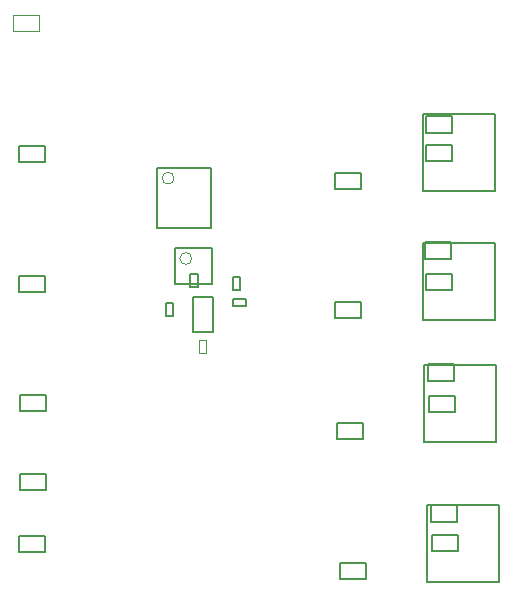
<source format=gbr>
G04 Layer_Color=16711935*
%FSLAX26Y26*%
%MOIN*%
%TF.FileFunction,Other,Mechanical_13*%
%TF.Part,Single*%
G01*
G75*
%TA.AperFunction,NonConductor*%
%ADD47C,0.003937*%
%ADD51C,0.005000*%
D47*
X840551Y1214567D02*
G03*
X840551Y1214567I-19685J0D01*
G01*
X781496Y1482283D02*
G03*
X781496Y1482283I-19685J0D01*
G01*
X863189Y898346D02*
Y941654D01*
X886811Y898346D02*
Y941654D01*
X863189Y898346D02*
X886811D01*
X863189Y941654D02*
X886811D01*
X330709Y1973425D02*
Y2026575D01*
X244094Y1973425D02*
Y2026575D01*
X330709D01*
X244094Y1973425D02*
X330709D01*
D51*
X836189Y1162653D02*
X859811D01*
X836189Y1119346D02*
X859811D01*
X836189D02*
Y1162653D01*
X859811Y1119346D02*
Y1162653D01*
X1319646Y1015945D02*
Y1069094D01*
X1406260Y1015945D02*
Y1069094D01*
X1319646Y1015945D02*
X1406260D01*
X1319646Y1069094D02*
X1406260D01*
X1319646Y1446496D02*
Y1499646D01*
X1406260Y1446496D02*
Y1499646D01*
X1319646Y1446496D02*
X1406260D01*
X1319646Y1499646D02*
X1406260D01*
X1324646Y613268D02*
Y666417D01*
X1411260Y613268D02*
Y666417D01*
X1324646Y613268D02*
X1411260D01*
X1324646Y666417D02*
X1411260D01*
X1334646Y147752D02*
Y200901D01*
X1421260Y147752D02*
Y200901D01*
X1334646Y147752D02*
X1421260D01*
X1334646Y200901D02*
X1421260D01*
X267716Y441930D02*
X354330D01*
X267716Y495080D02*
X354330D01*
X267716Y441930D02*
Y495080D01*
X354330Y441930D02*
Y495080D01*
X263779Y290353D02*
X350395D01*
X263779Y237205D02*
X350395D01*
Y290353D01*
X263779Y237205D02*
Y290353D01*
X267718Y758857D02*
X354332D01*
X267718Y705707D02*
X354332D01*
Y758857D01*
X267718Y705707D02*
Y758857D01*
X263779Y1156495D02*
X350393D01*
X263779Y1103347D02*
X350393D01*
Y1156495D01*
X263779Y1103347D02*
Y1156495D01*
Y1536418D02*
X350395D01*
X263779Y1589566D02*
X350395D01*
X263779Y1536418D02*
Y1589566D01*
X350395Y1536418D02*
Y1589566D01*
X785433Y1127953D02*
X907480D01*
X785433Y1250000D02*
X907480D01*
Y1127953D02*
Y1250000D01*
X785433Y1127953D02*
Y1250000D01*
X726378Y1316929D02*
X903543D01*
X726378Y1517716D02*
X903543D01*
Y1316929D02*
Y1517716D01*
X726378Y1316929D02*
Y1517716D01*
X1622795Y1540984D02*
Y1594134D01*
X1709410Y1540984D02*
Y1594134D01*
X1622795D02*
X1709410D01*
X1622795Y1540984D02*
X1709410D01*
X1709409Y1110433D02*
Y1163583D01*
X1622795Y1110433D02*
Y1163583D01*
Y1110433D02*
X1709409D01*
X1622795Y1163583D02*
X1709409D01*
X1641732Y238303D02*
Y291452D01*
X1728347Y238303D02*
Y291452D01*
X1641732D02*
X1728347D01*
X1641732Y238303D02*
X1728347D01*
X1718346Y703819D02*
Y756968D01*
X1631732Y703819D02*
Y756968D01*
Y703819D02*
X1718346D01*
X1631732Y756968D02*
X1718346D01*
X1610984Y1438819D02*
Y1696299D01*
X1850945Y1438819D02*
Y1696299D01*
X1610984Y1438819D02*
X1850945D01*
X1610984Y1696299D02*
X1850945D01*
X1610984Y1008268D02*
Y1265748D01*
X1850945Y1008268D02*
Y1265748D01*
X1610984Y1008268D02*
X1850945D01*
X1610984Y1265748D02*
X1850945D01*
X1637795Y391846D02*
X1724409D01*
X1637795Y334760D02*
X1724409D01*
X1637795D02*
Y391846D01*
X1724409Y334760D02*
Y391846D01*
X1616693Y1268543D02*
X1703307D01*
X1616693Y1211457D02*
X1703307D01*
X1616693D02*
Y1268543D01*
X1703307Y1211457D02*
Y1268543D01*
X1021654Y1055118D02*
Y1078740D01*
X978346Y1055118D02*
Y1078740D01*
Y1055118D02*
X1021654D01*
X978346Y1078740D02*
X1021654D01*
X843504Y968504D02*
Y1086614D01*
X912402Y968504D02*
Y1086614D01*
X843504D02*
X912402D01*
X843504Y968504D02*
X912402D01*
X1622795Y1690591D02*
X1709409D01*
X1622795Y1633504D02*
X1709409D01*
X1622795D02*
Y1690591D01*
X1709409Y1633504D02*
Y1690591D01*
X978189Y1151653D02*
X1001811D01*
X978189Y1108346D02*
X1001811D01*
Y1151653D01*
X978189Y1108346D02*
Y1151653D01*
X1626693Y863543D02*
X1713307D01*
X1626693Y806457D02*
X1713307D01*
X1626693D02*
Y863543D01*
X1713307Y806457D02*
Y863543D01*
X1615984Y601654D02*
Y859134D01*
X1855945Y601654D02*
Y859134D01*
X1615984Y601654D02*
X1855945D01*
X1615984Y859134D02*
X1855945D01*
X1625984Y136137D02*
Y393618D01*
X1865945Y136137D02*
Y393618D01*
X1625984Y136137D02*
X1865945D01*
X1625984Y393618D02*
X1865945D01*
X755906Y1064961D02*
X779528D01*
X755906Y1021654D02*
X779528D01*
Y1064961D01*
X755906Y1021654D02*
Y1064961D01*
%TF.MD5,fde1d509506abf34a1fd4e26b84eec1d*%
M02*

</source>
